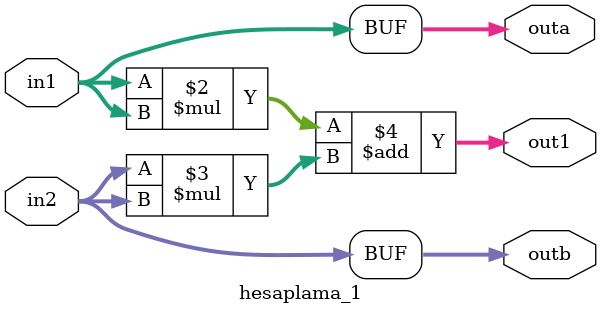
<source format=v>
`timescale 1ns / 1ps

module hesaplama_1(
    input [31:0] in1,
    input [31:0] in2,
    output reg [31:0] out1 ,
    output reg [31:0] outa,
    output reg [31:0] outb
    
    );
    always@(*) begin
        out1= ( in1 * in1 ) + ( in2 * in2);
        outa = in1;
        outb = in2;
    end
endmodule

</source>
